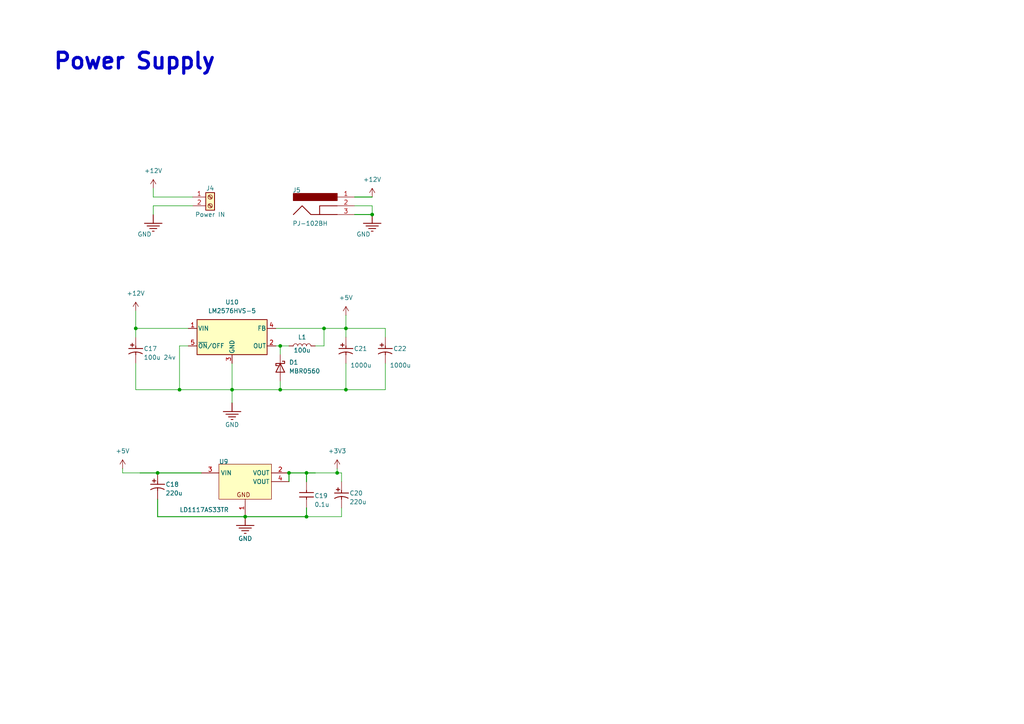
<source format=kicad_sch>
(kicad_sch (version 20231120) (generator "eeschema") (generator_version "8.0")
  (paper "A4")
  (lib_symbols
    (symbol "Connector:Screw_Terminal_01x02" (pin_names (offset 1.016) hide)
      (property "Reference" "J" (at 0 2.54 0))
      (property "Value" "Screw_Terminal_01x02" (at 0 -5.08 0))
      (symbol "Screw_Terminal_01x02_1_1"
        (rectangle (start -1.27 1.27) (end 1.27 -3.81) (stroke (width 0.254)) (fill (type background)))
        (circle (center 0 -2.54) (radius 0.635) (stroke (width 0.1524)))
        (polyline (pts (xy -0.5334 -2.2098) (xy 0.3302 -3.048)) (stroke (width 0.1524)))
        (polyline (pts (xy -0.5334 0.3302) (xy 0.3302 -0.508)) (stroke (width 0.1524)))
        (polyline (pts (xy -0.3556 -2.032) (xy 0.508 -2.8702)) (stroke (width 0.1524)))
        (polyline (pts (xy -0.3556 0.508) (xy 0.508 -0.3302)) (stroke (width 0.1524)))
        (circle (center 0 0) (radius 0.635) (stroke (width 0.1524)))
        (pin passive line (at -5.08 0 0) (length 3.81) (name "Pin_1") (number "1"))
        (pin passive line (at -5.08 -2.54 0) (length 3.81) (name "Pin_2") (number "2"))
      )
    )
    (symbol "Device:L" (pin_numbers hide) (pin_names (offset 1.016) hide)
      (property "Reference" "L" (at -1.27 0 90))
      (property "Value" "L" (at 1.905 0 90))
      (symbol "L_0_1"
        (arc (start 0 -2.54) (mid 0.6323 -1.905) (end 0 -1.27))
        (arc (start 0 -1.27) (mid 0.6323 -0.635) (end 0 0))
        (arc (start 0 0) (mid 0.6323 0.635) (end 0 1.27))
        (arc (start 0 1.27) (mid 0.6323 1.905) (end 0 2.54))
      )
      (symbol "L_1_1"
        (pin passive line (at 0 3.81 270) (length 1.27) (name "1") (number "1"))
        (pin passive line (at 0 -3.81 90) (length 1.27) (name "2") (number "2"))
      )
    )
    (symbol "Diode:MBR0560" (pin_numbers hide) (pin_names (offset 1.016) hide)
      (property "Reference" "D" (at 0 2.54 0))
      (property "Value" "MBR0560" (at 0 -2.54 0))
      (symbol "MBR0560_0_1"
        (polyline (pts (xy 1.27 0) (xy -1.27 0)))
        (polyline (pts (xy 1.27 1.27) (xy 1.27 -1.27) (xy -1.27 0) (xy 1.27 1.27)) (stroke (width 0.254)))
        (polyline (pts (xy -1.905 0.635) (xy -1.905 1.27) (xy -1.27 1.27) (xy -1.27 -1.27) (xy -0.635 -1.27) (xy -0.635 -0.635)) (stroke (width 0.254)))
      )
      (symbol "MBR0560_1_1"
        (pin passive line (at -3.81 0 0) (length 2.54) (name "K") (number "1"))
        (pin passive line (at 3.81 0 180) (length 2.54) (name "A") (number "2"))
      )
    )
    (symbol "Regulator_Switching:LM2576HVS-5" (pin_names (offset 0.254))
      (property "Reference" "U" (at -10.16 6.35 0))
      (property "Value" "LM2576HVS-5" (at 0 6.35 0))
      (symbol "LM2576HVS-5_0_1"
        (rectangle (start -10.16 5.08) (end 10.16 -5.08) (stroke (width 0.254)) (fill (type background)))
      )
      (symbol "LM2576HVS-5_1_1"
        (pin power_in line (at -12.7 2.54 0) (length 2.54) (name "VIN") (number "1"))
        (pin output line (at 12.7 -2.54 180) (length 2.54) (name "OUT") (number "2"))
        (pin power_in line (at 0 -7.62 90) (length 2.54) (name "GND") (number "3"))
        (pin input line (at 12.7 2.54 180) (length 2.54) (name "FB") (number "4"))
        (pin input line (at -12.7 -2.54 0) (length 2.54) (name "~{ON}/OFF") (number "5"))
      )
    )
    (symbol "UMTK-altium-import:0_Cap"
      (property "Value" "0_Cap" (at 0 0 0))
      (symbol "0_Cap_1_0"
        (polyline (pts (xy -2.032 -4.445) (xy 2.032 -4.445)) (stroke (width 0.254)))
        (polyline (pts (xy -2.032 -3.175) (xy 2.032 -3.175)) (stroke (width 0.254)))
        (polyline (pts (xy 0 -4.445) (xy 0 -5.08)) (stroke (width 0.254)))
        (polyline (pts (xy 0 -2.54) (xy 0 -3.175)) (stroke (width 0.254)))
        (pin passive line (at 0 0 270) (length 2.54) (name "1") (number "1"))
        (pin passive line (at 0 -7.62 90) (length 2.54) (name "2") (number "2"))
      )
    )
    (symbol "UMTK-altium-import:0_JACK-2CD3-RN"
      (property "Value" "0_JACK-2CD3-RN" (at 0 0 0))
      (symbol "0_JACK-2CD3-RN_1_0"
        (polyline (pts (xy 12.7 -2.54) (xy 7.62 -2.54) (xy 7.62 -5.08)) (stroke (width 0.254)))
        (polyline (pts (xy 12.7 -5.08) (xy 5.08 -5.08) (xy 2.54 -2.54) (xy 0 -5.08)) (stroke (width 0.254)))
        (polyline (pts (xy 12.7 1.016) (xy 0 1.016) (xy 0 -1.016) (xy 12.7 -1.016) (xy 12.7 1.016)) (stroke (width 0.254)))
        (rectangle (start 12.7 1.016) (end 0 -1.016) (fill (type outline)))
        (pin passive line (at 17.78 0 180) (length 5.08) (name "1") (number "1"))
        (pin passive line (at 17.78 -2.54 180) (length 5.08) (name "2") (number "2"))
        (pin passive line (at 17.78 -5.08 180) (length 5.08) (name "3") (number "3"))
      )
    )
    (symbol "UMTK-altium-import:0_PM-REG-LD1117-SOT4"
      (property "Value" "0_PM-REG-LD1117-SOT4" (at 0 0 0))
      (symbol "0_PM-REG-LD1117-SOT4_1_0"
        (rectangle (start 15.24 0) (end 0 -10.16) (fill (type background)))
        (text "GND" (at 5.08 -9.652 0) (effects (font (size 1.27 1.27)) (justify left bottom)))
        (pin power_in line (at 7.62 -15.24 90) (length 5.08) (name "GND") (number "1"))
        (pin power_in line (at 20.32 -2.54 180) (length 5.08) (name "VOUT") (number "2"))
        (pin power_in line (at -5.08 -2.54 0) (length 5.08) (name "VIN") (number "3"))
        (pin power_in line (at 20.32 -5.08 180) (length 5.08) (name "VOUT") (number "4"))
      )
    )
    (symbol "UMTK-altium-import:0_Polar Cap"
      (property "Value" "0_Polar Cap" (at 0 0 0))
      (symbol "0_Polar Cap_1_0"
        (arc (start 0 -4.318) (mid -1.0431 -4.4541) (end -2.0163 -4.8535) (stroke (width 0.254)))
        (polyline (pts (xy -2.032 -3.302) (xy 2.032 -3.302)) (stroke (width 0.254)))
        (polyline (pts (xy -1.524 -2.286) (xy -0.508 -2.286)) (stroke (width 0.254)))
        (polyline (pts (xy -1.016 -1.778) (xy -1.016 -2.794)) (stroke (width 0.254)))
        (polyline (pts (xy 0 -4.318) (xy 0 -5.08)) (stroke (width 0.254)))
        (polyline (pts (xy 0 -2.54) (xy 0 -3.302)) (stroke (width 0.254)))
        (arc (start 1.9124 -4.7961) (mid 0.9856 -4.4393) (end 0 -4.318) (stroke (width 0.254)))
        (pin passive line (at 0 0 270) (length 2.54) (name "1") (number "1"))
        (pin passive line (at 0 -7.62 90) (length 2.54) (name "2") (number "2"))
      )
    )
    (symbol "UMTK-altium-import:GND" (power)
      (property "Reference" "#PWR" (at 0 0 0))
      (property "Value" "GND" (at 0 6.35 0))
      (symbol "GND_0_0"
        (polyline (pts (xy -2.54 -2.54) (xy 2.54 -2.54)) (stroke (width 0.254)))
        (polyline (pts (xy -1.778 -3.302) (xy 1.778 -3.302)) (stroke (width 0.254)))
        (polyline (pts (xy -1.016 -4.064) (xy 1.016 -4.064)) (stroke (width 0.254)))
        (polyline (pts (xy -0.254 -4.826) (xy 0.254 -4.826)) (stroke (width 0.254)))
        (polyline (pts (xy 0 0) (xy 0 -2.54)) (stroke (width 0.254)))
        (pin power_in line (at 0 0 0) (length 0) hide (name "GND") (number ""))
      )
    )
    (symbol "power:+12V" (power) (pin_numbers hide) (pin_names (offset 0) hide)
      (property "Value" "+12V" (at 0 3.556 0))
      (symbol "+12V_0_1"
        (polyline (pts (xy -0.762 1.27) (xy 0 2.54)))
        (polyline (pts (xy 0 0) (xy 0 2.54)))
        (polyline (pts (xy 0 2.54) (xy 0.762 1.27)))
      )
      (symbol "+12V_1_1"
        (pin power_in line (at 0 0 90) (length 0) (name "~") (number "1"))
      )
    )
    (symbol "power:+3V3" (power) (pin_numbers hide) (pin_names (offset 0) hide)
      (property "Value" "+3V3" (at 0 3.556 0))
      (symbol "+3V3_0_1"
        (polyline (pts (xy -0.762 1.27) (xy 0 2.54)))
        (polyline (pts (xy 0 0) (xy 0 2.54)))
        (polyline (pts (xy 0 2.54) (xy 0.762 1.27)))
      )
      (symbol "+3V3_1_1"
        (pin power_in line (at 0 0 90) (length 0) (name "~") (number "1"))
      )
    )
    (symbol "power:+5V" (power) (pin_numbers hide) (pin_names (offset 0) hide)
      (property "Value" "+5V" (at 0 3.556 0))
      (symbol "+5V_0_1"
        (polyline (pts (xy -0.762 1.27) (xy 0 2.54)))
        (polyline (pts (xy 0 0) (xy 0 2.54)))
        (polyline (pts (xy 0 2.54) (xy 0.762 1.27)))
      )
      (symbol "+5V_1_1"
        (pin power_in line (at 0 0 90) (length 0) (name "~") (number "1"))
      )
    )
  )
  (junction (at 71.12 149.86))
  (junction (at 100.33 113.03))
  (junction (at 107.95 62.23))
  (junction (at 67.31 113.03))
  (junction (at 97.79 137.16))
  (junction (at 83.82 137.16))
  (junction (at 39.37 95.25))
  (junction (at 100.33 95.25))
  (junction (at 88.9 137.16))
  (junction (at 52.07 113.03))
  (junction (at 88.9 149.86))
  (junction (at 81.28 100.33))
  (junction (at 93.98 95.25))
  (junction (at 45.72 137.16))
  (junction (at 81.28 113.03))
  (wire (pts (xy 44.45 54.61) (xy 44.45 57.15)))
  (wire (pts (xy 83.82 137.16) (xy 88.9 137.16)) (stroke (width 0.254)))
  (wire (pts (xy 88.9 149.86) (xy 99.06 149.86)))
  (wire (pts (xy 102.87 62.23) (xy 107.95 62.23)) (stroke (width 0.254)))
  (wire (pts (xy 99.06 149.86) (xy 99.06 147.32)))
  (wire (pts (xy 81.28 100.33) (xy 81.28 102.87)))
  (wire (pts (xy 39.37 105.41) (xy 39.37 113.03)))
  (wire (pts (xy 91.44 137.16) (xy 97.79 137.16)))
  (wire (pts (xy 81.28 113.03) (xy 100.33 113.03)))
  (wire (pts (xy 100.33 95.25) (xy 111.76 95.25)))
  (wire (pts (xy 88.9 137.16) (xy 91.44 137.16)) (stroke (width 0.254)))
  (wire (pts (xy 88.9 139.7) (xy 88.9 137.16)) (stroke (width 0.254)))
  (wire (pts (xy 67.31 113.03) (xy 81.28 113.03)))
  (wire (pts (xy 35.56 137.16) (xy 40.64 137.16)))
  (wire (pts (xy 107.95 57.15) (xy 102.87 57.15)) (stroke (width 0.254)))
  (wire (pts (xy 100.33 95.25) (xy 100.33 97.79)))
  (wire (pts (xy 39.37 90.17) (xy 39.37 95.25)))
  (wire (pts (xy 54.61 100.33) (xy 52.07 100.33)))
  (wire (pts (xy 40.64 137.16) (xy 45.72 137.16)) (stroke (width 0.254)))
  (wire (pts (xy 81.28 113.03) (xy 81.28 110.49)))
  (wire (pts (xy 80.01 100.33) (xy 81.28 100.33)))
  (wire (pts (xy 97.79 137.16) (xy 97.79 135.89)))
  (wire (pts (xy 45.72 137.16) (xy 58.42 137.16)) (stroke (width 0.254)))
  (wire (pts (xy 107.95 59.69) (xy 107.95 62.23)))
  (wire (pts (xy 99.06 137.16) (xy 99.06 139.7)))
  (wire (pts (xy 88.9 149.86) (xy 71.12 149.86)) (stroke (width 0.254)))
  (wire (pts (xy 100.33 113.03) (xy 100.33 105.41)))
  (wire (pts (xy 81.28 100.33) (xy 83.82 100.33)))
  (wire (pts (xy 35.56 135.89) (xy 35.56 137.16)))
  (wire (pts (xy 52.07 100.33) (xy 52.07 113.03)))
  (wire (pts (xy 67.31 113.03) (xy 52.07 113.03)))
  (wire (pts (xy 111.76 95.25) (xy 111.76 97.79)))
  (wire (pts (xy 88.9 147.32) (xy 88.9 149.86)) (stroke (width 0.254)))
  (wire (pts (xy 67.31 113.03) (xy 67.31 116.84)))
  (wire (pts (xy 102.87 59.69) (xy 107.95 59.69)))
  (wire (pts (xy 67.31 105.41) (xy 67.31 113.03)))
  (wire (pts (xy 45.72 144.78) (xy 45.72 149.86)) (stroke (width 0.254)))
  (wire (pts (xy 55.88 59.69) (xy 44.45 59.69)))
  (wire (pts (xy 45.72 149.86) (xy 71.12 149.86)) (stroke (width 0.254)))
  (wire (pts (xy 97.79 137.16) (xy 99.06 137.16)))
  (wire (pts (xy 100.33 91.44) (xy 100.33 95.25)))
  (wire (pts (xy 39.37 95.25) (xy 54.61 95.25)))
  (wire (pts (xy 93.98 95.25) (xy 93.98 100.33)))
  (wire (pts (xy 39.37 97.79) (xy 39.37 95.25)))
  (wire (pts (xy 100.33 113.03) (xy 111.76 113.03)))
  (wire (pts (xy 44.45 57.15) (xy 55.88 57.15)))
  (wire (pts (xy 111.76 105.41) (xy 111.76 113.03)))
  (wire (pts (xy 83.82 139.7) (xy 83.82 137.16)) (stroke (width 0.254)))
  (wire (pts (xy 52.07 113.03) (xy 39.37 113.03)))
  (wire (pts (xy 44.45 59.69) (xy 44.45 62.23)))
  (wire (pts (xy 93.98 95.25) (xy 100.33 95.25)))
  (wire (pts (xy 93.98 100.33) (xy 91.44 100.33)))
  (wire (pts (xy 80.01 95.25) (xy 93.98 95.25)))
  (text "Power Supply" (at 15.24 20.574 0) (effects (font (size 4.572 4.572) (thickness 0.9144) (bold yes)) (justify left bottom)))
  (symbol (lib_id "UMTK-altium-import:0_Polar Cap") (at 99.06 139.7 0) (unit 1)
    (property "Reference" "C20" (at 101.346 143.764 0) (effects (justify left bottom)))
    (property "Value" "220u" (at 101.346 146.304 0) (effects (justify left bottom)))
    (property "Footprint" "Capacitor_SMD:CP_Elec_10x10" (effects (hide yes)))
  )
  (symbol (lib_id "UMTK-altium-import:0_JACK-2CD3-RN") (at 85.09 57.15 0) (unit 1)
    (property "Reference" "J5" (at 84.836 55.88 0) (effects (justify left bottom)))
    (property "Value" "PJ-102BH" (at 84.836 65.532 0) (effects (justify left bottom)))
    (property "Footprint" "digikey-footprints:Barrel_Jack_5.5mmODx2.1mmID_PJ-102A" (effects (hide yes)))
    (property "Description" "Through Hole Right Angle DC Power Jack, 5 A, 2.5 mm Center Pin, 3 Position, -25 to 85 degC, RoHS, Bulk" (effects (hide yes)))
    (property "OPERATING TEMPERATURE RANGE" "-25Cto+85C" (effects (hide yes)))
    (property "OUTSIDE CONTACT DIAMETER" "6.5mm" (effects (hide yes)))
    (property "CURRENT RATING" "5A" (effects (hide yes)))
    (property "MANUFACTURER" "CUIInc." (effects (hide yes)))
    (property "MOUNTING ANGLE" "Right" (effects (hide yes)))
    (property "MOUNTING TECHNOLOGY" "ThroughHole" (effects (hide yes)))
    (property "PRODUCT CATEGORY" "DCPowerConnectors" (effects (hide yes)))
    (property "DATASHEET VERSION" "Rev. 1.02, 05/2016" (effects (hide yes)))
    (property "CONNECTOR TYPE" "DCPowerJack" (effects (hide yes)))
    (property "BRAND" "CUI" (effects (hide yes)))
    (property "CONTACT MATERIAL" "Copper" (effects (hide yes)))
    (property "HOUSING MATERIAL" "PolybutyleneTerephthalate(PBT)" (effects (hide yes)))
    (property "INSULATION RESISTANCE" "100MOhms" (effects (hide yes)))
    (property "MOUNTING STYLE" "ThroughHole" (effects (hide yes)))
    (property "INSIDE CONTACT DIAMETER" "2.5mm" (effects (hide yes)))
    (property "PRODUCT" "Jacks" (effects (hide yes)))
    (property "PACKAGE REFERENCE" "PJ-102BH" (effects (hide yes)))
    (property "MANUFACTURER URL" "http://www.cui.com/" (effects (hide yes)))
    (property "ROHS" "True" (effects (hide yes)))
    (property "CONTACT GENDER" "Male" (effects (hide yes)))
    (property "CONTACT PLATING" "Nickel" (effects (hide yes)))
    (property "FLAMMABILITY RATING" "UL94V-0" (effects (hide yes)))
    (property "FACTORY PACK QUANTITY" "280" (effects (hide yes)))
    (property "DATASHEET URL" "http://www.cui.com/product/resource/pj-102bh.pdf" (effects (hide yes)))
    (property "PACKAGE DESCRIPTION" "3-Pin Through Hole Device, Body 14.4 x 9 mm, Height 11 mm" (effects (hide yes)))
    (property "TERMINATION STYLE" "ThroughHole" (effects (hide yes)))
    (property "VOLTAGE RATING" "24V" (effects (hide yes)))
  )
  (symbol (lib_id "power:+12V") (at 107.95 57.15 0) (unit 1)
    (property "Reference" "#PWR058" (effects (hide yes)))
    (property "Value" "+12V" (at 107.95 52.07 0))
    (property "Description" "Power symbol creates a global label with name \"+12V\"" (effects (hide yes)))
  )
  (symbol (lib_id "UMTK-altium-import:GND") (at 67.31 116.84 0) (unit 1)
    (property "Reference" "#PWR054" (effects (hide yes)))
    (property "Value" "GND" (at 67.31 123.19 0))
    (property "Description" "Power symbol creates a global label with name 'GND'" (effects (hide yes)))
  )
  (symbol (lib_id "Connector:Screw_Terminal_01x02") (at 60.96 57.15 0) (unit 1)
    (property "Reference" "J4" (at 60.96 54.61 0))
    (property "Value" "Power IN" (at 60.96 62.23 0))
    (property "Footprint" "TerminalBlock_Altech:Altech_AK100_1x02_P5.00mm" (effects (hide yes)))
    (property "Description" "Generic screw terminal, single row, 01x02, script generated (kicad-library-utils/schlib/autogen/connector/)" (effects (hide yes)))
  )
  (symbol (lib_id "UMTK-altium-import:0_Cap") (at 88.9 139.7 0) (unit 1)
    (property "Reference" "C19" (at 91.186 144.526 0) (effects (justify left bottom)))
    (property "Value" "0.1u" (at 91.186 147.066 0) (effects (justify left bottom)))
    (property "Footprint" "Capacitor_SMD:C_0402_1005Metric" (effects (hide yes)))
  )
  (symbol (lib_id "UMTK-altium-import:0_Polar Cap") (at 111.76 97.79 0) (unit 1)
    (property "Reference" "C22" (at 114.046 101.854 0) (effects (justify left bottom)))
    (property "Value" "1000u" (at 113.03 106.68 0) (effects (justify left bottom)))
    (property "Footprint" "Capacitor_SMD:CP_Elec_10x10" (effects (hide yes)))
  )
  (symbol (lib_id "power:+3V3") (at 97.79 135.89 0) (unit 1)
    (property "Reference" "#PWR056" (effects (hide yes)))
    (property "Value" "+3V3" (at 97.79 130.81 0))
    (property "Description" "Power symbol creates a global label with name \"+3V3\"" (effects (hide yes)))
  )
  (symbol (lib_id "power:+5V") (at 100.33 91.44 0) (unit 1)
    (property "Reference" "#PWR057" (effects (hide yes)))
    (property "Value" "+5V" (at 100.33 86.36 0))
    (property "Description" "Power symbol creates a global label with name \"+5V\"" (effects (hide yes)))
  )
  (symbol (lib_id "Regulator_Switching:LM2576HVS-5") (at 67.31 97.79 0) (unit 1)
    (property "Reference" "U10" (at 67.31 87.63 0))
    (property "Value" "LM2576HVS-5" (at 67.31 90.17 0))
    (property "Footprint" "Package_TO_SOT_SMD:TO-263-5_TabPin3" (effects (hide yes)))
    (property "Datasheet" "http://www.ti.com/lit/ds/symlink/lm2576.pdf" (effects (hide yes)))
    (property "Description" "5V 3A, SIMPLE SWITCHER® Step-Down Voltage Regulator, High Voltage Input, TO-263" (effects (hide yes)))
  )
  (symbol (lib_id "Device:L") (at 87.63 100.33 90) (unit 1)
    (property "Reference" "L1" (at 87.63 97.79 90))
    (property "Value" "100u" (at 87.63 101.6 90))
    (property "Footprint" "Inductor_SMD:L_Sunlord_MWSA1206S-101" (effects (hide yes)))
    (property "Description" "Inductor" (effects (hide yes)))
  )
  (symbol (lib_id "UMTK-altium-import:0_Polar Cap") (at 39.37 97.79 0) (unit 1)
    (property "Reference" "C17" (at 41.656 101.854 0) (effects (justify left bottom)))
    (property "Value" "100u 24v" (at 41.656 104.394 0) (effects (justify left bottom)))
    (property "Footprint" "Capacitor_SMD:CP_Elec_10x10.5" (effects (hide yes)))
  )
  (symbol (lib_id "UMTK-altium-import:0_Polar Cap") (at 100.33 97.79 0) (unit 1)
    (property "Reference" "C21" (at 102.616 101.854 0) (effects (justify left bottom)))
    (property "Value" "1000u" (at 101.6 106.68 0) (effects (justify left bottom)))
    (property "Footprint" "Capacitor_SMD:CP_Elec_10x10" (effects (hide yes)))
  )
  (symbol (lib_id "UMTK-altium-import:0_Polar Cap") (at 45.72 137.16 0) (unit 1)
    (property "Reference" "C18" (at 48.006 141.224 0) (effects (justify left bottom)))
    (property "Value" "220u" (at 48.006 143.764 0) (effects (justify left bottom)))
    (property "Footprint" "Capacitor_SMD:CP_Elec_8x6.5" (effects (hide yes)))
  )
  (symbol (lib_id "UMTK-altium-import:GND") (at 71.12 149.86 0) (unit 1)
    (property "Reference" "#PWR055" (effects (hide yes)))
    (property "Value" "GND" (at 71.12 156.21 0))
    (property "Description" "Power symbol creates a global label with name 'GND'" (effects (hide yes)))
  )
  (symbol (lib_id "UMTK-altium-import:GND") (at 107.95 62.23 0) (unit 1)
    (property "Reference" "#PWR059" (effects (hide yes)))
    (property "Value" "GND" (at 105.41 67.945 0))
    (property "Description" "Power symbol creates a global label with name 'GND'" (effects (hide yes)))
  )
  (symbol (lib_id "power:+12V") (at 44.45 54.61 0) (unit 1)
    (property "Reference" "#PWR052" (effects (hide yes)))
    (property "Value" "+12V" (at 44.45 49.53 0))
    (property "Description" "Power symbol creates a global label with name \"+12V\"" (effects (hide yes)))
  )
  (symbol (lib_id "Diode:MBR0560") (at 81.28 106.68 270) (unit 1)
    (property "Reference" "D1" (at 83.82 105.0924 90) (effects (justify left)))
    (property "Value" "MBR0560" (at 83.82 107.6324 90) (effects (justify left)))
    (property "Footprint" "Diode_SMD:D_SOD-123" (effects (hide yes)))
    (property "Datasheet" "http://www.mccsemi.com/up_pdf/MBR0520~MBR0580(SOD123).pdf" (effects (hide yes)))
    (property "Description" "60V 0.5A Schottky Power Rectifier Diode, SOD-123" (effects (hide yes)))
  )
  (symbol (lib_id "UMTK-altium-import:0_PM-REG-LD1117-SOT4") (at 63.5 134.62 0) (unit 1)
    (property "Reference" "U9" (at 63.5 134.62 0) (effects (justify left bottom)))
    (property "Value" "LD1117AS33TR" (at 52.07 148.59 0) (effects (justify left bottom)))
    (property "Footprint" "Package_TO_SOT_SMD:SOT-223" (effects (hide yes)))
    (property "Description" "1A, Low Drop Positive Voltage Regulator, 3.3V, 4-Pin SOT-223, Tape and Reel" (effects (hide yes)))
    (property "COMPONENTLINK1DESCRIPTION" "Manufacturer URL" (effects (hide yes)))
    (property "DATASHEETVERSION" "2/12/2011" (effects (hide yes)))
    (property "PACKAGEVERSION" "2010" (effects (hide yes)))
    (property "COMPONENTLINK1URL" "http://www.st.com" (effects (hide yes)))
    (property "COMPONENTLINK2DESCRIPTION" "Datasheet" (effects (hide yes)))
    (property "COMPONENTLINK2URL" "http://www.st.com/internet/com/TECHNICAL_RESOURCES/TECHNICAL_LITERATURE/DATASHEET/CD00002116.pdf" (effects (hide yes)))
    (property "PACKAGEDESCRIPTION" "4-Pin SOT-223 Package, 6.5 x 3.5 mm Body, 2.3 mm Pitch, 7 mm Lead Span" (effects (hide yes)))
    (property "PACKAGEREFERENCE" "SOT-223" (effects (hide yes)))
  )
  (symbol (lib_id "power:+5V") (at 35.56 135.89 0) (unit 1)
    (property "Reference" "#PWR050" (effects (hide yes)))
    (property "Value" "+5V" (at 35.56 130.81 0))
    (property "Description" "Power symbol creates a global label with name \"+5V\"" (effects (hide yes)))
  )
  (symbol (lib_id "UMTK-altium-import:GND") (at 44.45 62.23 0) (unit 1)
    (property "Reference" "#PWR053" (effects (hide yes)))
    (property "Value" "GND" (at 41.91 67.945 0))
    (property "Description" "Power symbol creates a global label with name 'GND'" (effects (hide yes)))
  )
  (symbol (lib_id "power:+12V") (at 39.37 90.17 0) (unit 1)
    (property "Reference" "#PWR051" (effects (hide yes)))
    (property "Value" "+12V" (at 39.37 85.09 0))
    (property "Description" "Power symbol creates a global label with name \"+12V\"" (effects (hide yes)))
  )
)
</source>
